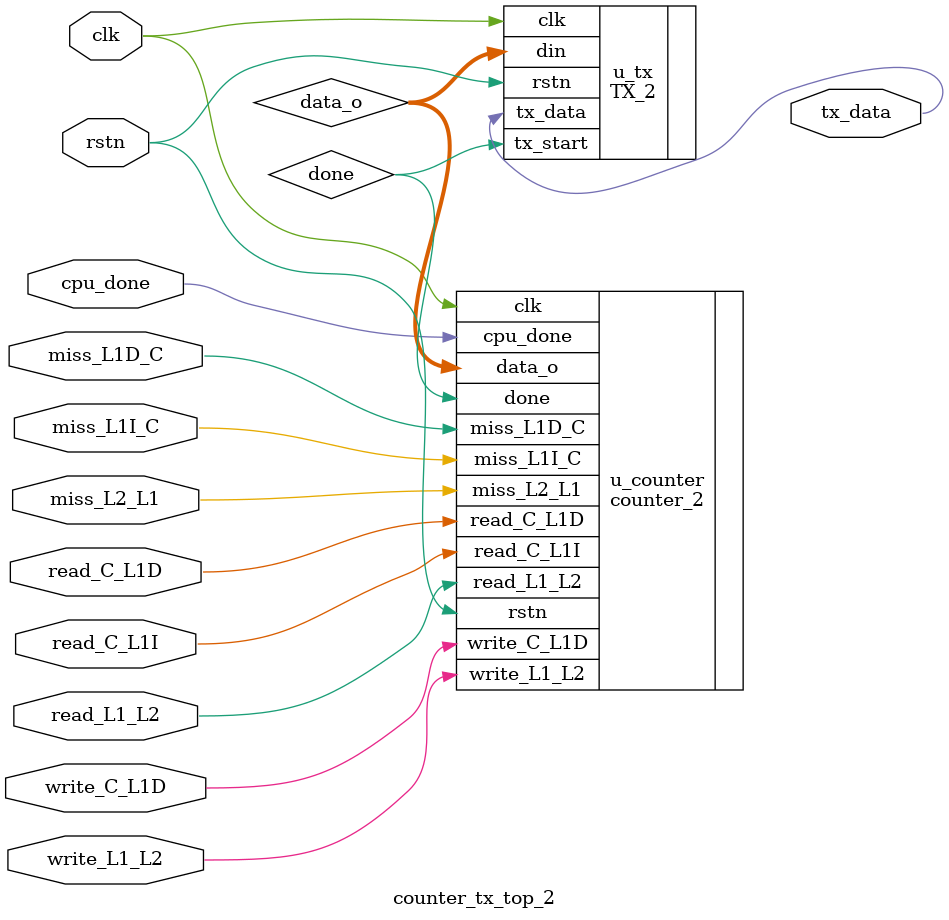
<source format=v>
module counter_tx_top_2(
    input		clk,
	input		rstn,
	input		read_C_L1I,
	input		miss_L1I_C,
	input		read_C_L1D,
	input		write_C_L1D,
	input		miss_L1D_C,
	input		read_L1_L2,
	input		write_L1_L2,
	input		miss_L2_L1,
    input       cpu_done,

    output  tx_data
);


wire [7:0]      data_o;
wire            done;


counter_2 u_counter(
    .clk(clk),
    .rstn(rstn),
    .read_C_L1I(read_C_L1I),
    .miss_L1I_C(miss_L1I_C),
    .read_C_L1D(read_C_L1D),
    .write_C_L1D(write_C_L1D),
    .miss_L1D_C(miss_L1D_C),
    .read_L1_L2(read_L1_L2),
    .write_L1_L2(write_L1_L2),
    .miss_L2_L1(miss_L2_L1),
    .cpu_done(cpu_done),
    .data_o(data_o),
    .done(done)
);


TX_2 u_tx(
    .clk(clk),
    .rstn(rstn),
    .din(data_o),
    .tx_start(done),
    .tx_data(tx_data)
);

endmodule

</source>
